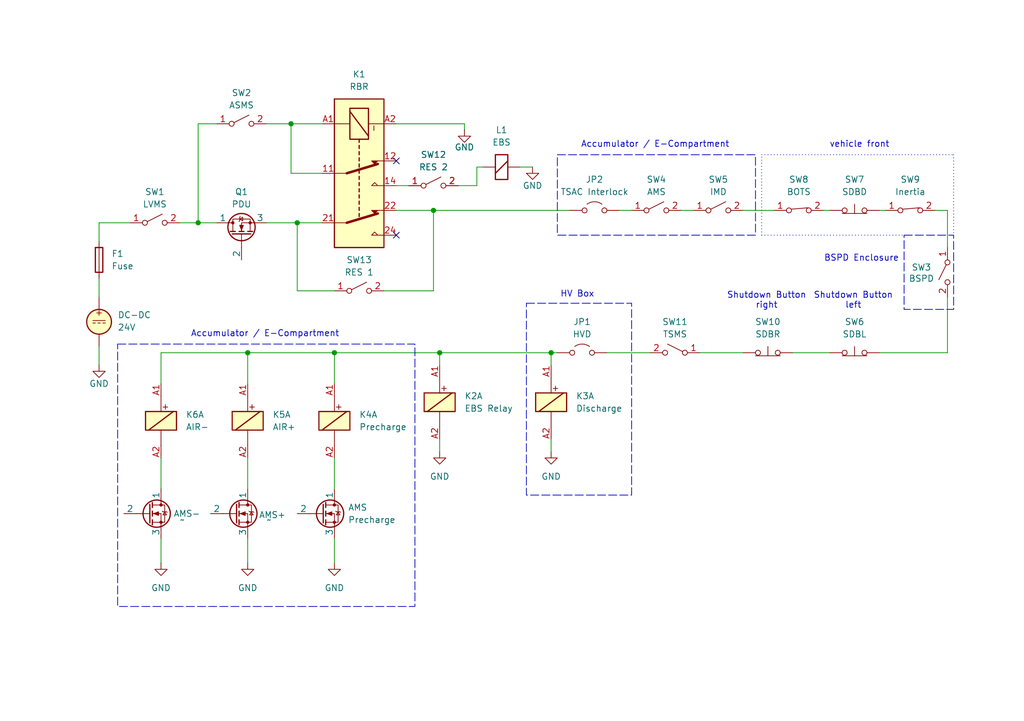
<source format=kicad_sch>
(kicad_sch (version 20250114) (generator "eeschema") (generator_version "9.0")
  (paper "A5")
  (lib_symbols
    (symbol "Device:ElectromagneticActor" (pin_numbers (hide yes)) (pin_names (offset 0.0254) (hide yes))
      (property "Reference" "L" (at 1.27 3.81 0))
      (property "Value" "ElectromagneticActor" (at 1.27 -1.27 0))
      (symbol "ElectromagneticActor_0_1"
        (rectangle (start -2.54 2.54) (end 2.54 0) (stroke (width 0.254)))
        (polyline (pts (xy -1.27 2.54) (xy 1.27 0)) (stroke (width 0.254)))
      )
      (symbol "ElectromagneticActor_1_1"
        (pin passive line (at 0 5.08 270) (length 2.54) (name "-") (number "1"))
        (pin passive line (at 0 -2.54 90) (length 2.54) (name "+") (number "2"))
      )
    )
    (symbol "Device:Fuse" (pin_numbers (hide yes)) (pin_names (offset 0))
      (property "Reference" "F" (at 2.032 0 90))
      (property "Value" "Fuse" (at -1.905 0 90))
      (symbol "Fuse_0_1"
        (rectangle (start -0.762 -2.54) (end 0.762 2.54) (stroke (width 0.254)))
        (polyline (pts (xy 0 2.54) (xy 0 -2.54)))
      )
      (symbol "Fuse_1_1"
        (pin passive line (at 0 3.81 270) (length 1.27) (name "~") (number "1"))
        (pin passive line (at 0 -3.81 90) (length 1.27) (name "~") (number "2"))
      )
    )
    (symbol "Jumper:Jumper_2_Open" (pin_numbers (hide yes)) (pin_names (offset 0) (hide yes)) (exclude_from_sim yes)
      (property "Reference" "JP" (at 0 2.794 0))
      (property "Value" "Jumper_2_Open" (at 0 -2.286 0))
      (symbol "Jumper_2_Open_0_0"
        (circle (center -2.032 0) (radius 0.508))
        (circle (center 2.032 0) (radius 0.508))
      )
      (symbol "Jumper_2_Open_0_1"
        (arc (start -1.524 1.27) (mid 0 1.778) (end 1.524 1.27))
      )
      (symbol "Jumper_2_Open_1_1"
        (pin passive line (at -5.08 0 0) (length 2.54) (name "A") (number "1"))
        (pin passive line (at 5.08 0 180) (length 2.54) (name "B") (number "2"))
      )
    )
    (symbol "NMOS_1" (pin_numbers (hide yes)) (pin_names (offset 0))
      (property "Reference" "Q2" (at 6.35 1.2701 0))
      (property "Value" "NMOS" (at 6.35 -1.2699 0))
      (symbol "NMOS_1_0_1"
        (polyline (pts (xy 0.254 1.905) (xy 0.254 -1.905)) (stroke (width 0.254)))
        (polyline (pts (xy 0.254 0) (xy -2.54 0)))
        (polyline (pts (xy 0.762 2.286) (xy 0.762 1.27)) (stroke (width 0.254)))
        (polyline (pts (xy 0.762 0.508) (xy 0.762 -0.508)) (stroke (width 0.254)))
        (polyline (pts (xy 0.762 -1.27) (xy 0.762 -2.286)) (stroke (width 0.254)))
        (polyline (pts (xy 0.762 -1.778) (xy 3.302 -1.778) (xy 3.302 1.778) (xy 0.762 1.778)))
        (polyline (pts (xy 1.016 0) (xy 2.032 0.381) (xy 2.032 -0.381) (xy 1.016 0)) (fill (type outline)))
        (circle (center 1.651 0) (radius 2.794) (stroke (width 0.254)))
        (polyline (pts (xy 2.54 2.54) (xy 2.54 1.778)))
        (circle (center 2.54 1.778) (radius 0.254) (fill (type outline)))
        (circle (center 2.54 -1.778) (radius 0.254) (fill (type outline)))
        (polyline (pts (xy 2.54 -2.54) (xy 2.54 0) (xy 0.762 0)))
        (polyline (pts (xy 2.794 0.508) (xy 2.921 0.381) (xy 3.683 0.381) (xy 3.81 0.254)))
        (polyline (pts (xy 3.302 0.381) (xy 2.921 -0.254) (xy 3.683 -0.254) (xy 3.302 0.381)))
      )
      (symbol "NMOS_1_1_1"
        (pin input line (at -5.08 0 0) (length 2.54) (name "2") (number "2"))
        (pin passive line (at 2.54 5.08 270) (length 2.54) (name "1") (number "1"))
        (pin passive line (at 2.54 -5.08 90) (length 2.54) (name "3") (number "3"))
      )
    )
    (symbol "NMOS_2" (pin_numbers (hide yes)) (pin_names (offset 0))
      (property "Reference" "AMS+" (at 6.35 1.2701 0))
      (property "Value" "NMOS" (at 6.35 -1.2699 0))
      (symbol "NMOS_2_0_1"
        (polyline (pts (xy 0.254 1.905) (xy 0.254 -1.905)) (stroke (width 0.254)))
        (polyline (pts (xy 0.254 0) (xy -2.54 0)))
        (polyline (pts (xy 0.762 2.286) (xy 0.762 1.27)) (stroke (width 0.254)))
        (polyline (pts (xy 0.762 0.508) (xy 0.762 -0.508)) (stroke (width 0.254)))
        (polyline (pts (xy 0.762 -1.27) (xy 0.762 -2.286)) (stroke (width 0.254)))
        (polyline (pts (xy 0.762 -1.778) (xy 3.302 -1.778) (xy 3.302 1.778) (xy 0.762 1.778)))
        (polyline (pts (xy 1.016 0) (xy 2.032 0.381) (xy 2.032 -0.381) (xy 1.016 0)) (fill (type outline)))
        (circle (center 1.651 0) (radius 2.794) (stroke (width 0.254)))
        (polyline (pts (xy 2.54 2.54) (xy 2.54 1.778)))
        (circle (center 2.54 1.778) (radius 0.254) (fill (type outline)))
        (circle (center 2.54 -1.778) (radius 0.254) (fill (type outline)))
        (polyline (pts (xy 2.54 -2.54) (xy 2.54 0) (xy 0.762 0)))
        (polyline (pts (xy 2.794 0.508) (xy 2.921 0.381) (xy 3.683 0.381) (xy 3.81 0.254)))
        (polyline (pts (xy 3.302 0.381) (xy 2.921 -0.254) (xy 3.683 -0.254) (xy 3.302 0.381)))
      )
      (symbol "NMOS_2_1_1"
        (pin input line (at -5.08 0 0) (length 2.54) (name "2") (number "2"))
        (pin passive line (at 2.54 5.08 270) (length 2.54) (name "1") (number "1"))
        (pin passive line (at 2.54 -5.08 90) (length 2.54) (name "3") (number "3"))
      )
    )
    (symbol "NMOS_3" (pin_numbers (hide yes)) (pin_names (offset 0))
      (property "Reference" "AMS-" (at 6.35 1.2701 0))
      (property "Value" "NMOS" (at 6.35 -1.2699 0))
      (symbol "NMOS_3_0_1"
        (polyline (pts (xy 0.254 1.905) (xy 0.254 -1.905)) (stroke (width 0.254)))
        (polyline (pts (xy 0.254 0) (xy -2.54 0)))
        (polyline (pts (xy 0.762 2.286) (xy 0.762 1.27)) (stroke (width 0.254)))
        (polyline (pts (xy 0.762 0.508) (xy 0.762 -0.508)) (stroke (width 0.254)))
        (polyline (pts (xy 0.762 -1.27) (xy 0.762 -2.286)) (stroke (width 0.254)))
        (polyline (pts (xy 0.762 -1.778) (xy 3.302 -1.778) (xy 3.302 1.778) (xy 0.762 1.778)))
        (polyline (pts (xy 1.016 0) (xy 2.032 0.381) (xy 2.032 -0.381) (xy 1.016 0)) (fill (type outline)))
        (circle (center 1.651 0) (radius 2.794) (stroke (width 0.254)))
        (polyline (pts (xy 2.54 2.54) (xy 2.54 1.778)))
        (circle (center 2.54 1.778) (radius 0.254) (fill (type outline)))
        (circle (center 2.54 -1.778) (radius 0.254) (fill (type outline)))
        (polyline (pts (xy 2.54 -2.54) (xy 2.54 0) (xy 0.762 0)))
        (polyline (pts (xy 2.794 0.508) (xy 2.921 0.381) (xy 3.683 0.381) (xy 3.81 0.254)))
        (polyline (pts (xy 3.302 0.381) (xy 2.921 -0.254) (xy 3.683 -0.254) (xy 3.302 0.381)))
      )
      (symbol "NMOS_3_1_1"
        (pin input line (at -5.08 0 0) (length 2.54) (name "2") (number "2"))
        (pin passive line (at 2.54 5.08 270) (length 2.54) (name "1") (number "1"))
        (pin passive line (at 2.54 -5.08 90) (length 2.54) (name "3") (number "3"))
      )
    )
    (symbol "Relay:AZ850P1-x"
      (property "Reference" "K1" (at -20.32 0 90))
      (property "Value" "RSR" (at -17.78 0 90))
      (symbol "AZ850P1-x_0_0"
        (text "-" (at -9.271 2.921 0) (effects (font (size 1.27 1.27))))
      )
      (symbol "AZ850P1-x_0_1"
        (rectangle (start -15.24 5.08) (end 15.24 -5.08) (stroke (width 0.254)) (fill (type background)))
        (rectangle (start -13.335 1.905) (end -6.985 -1.905) (stroke (width 0.254)))
        (polyline (pts (xy -12.7 -1.905) (xy -7.62 1.905)) (stroke (width 0.254)))
        (polyline (pts (xy -10.16 5.08) (xy -10.16 1.905)))
        (polyline (pts (xy -10.16 -5.08) (xy -10.16 -1.905)))
        (polyline (pts (xy -6.985 0) (xy -6.35 0)) (stroke (width 0.254)))
        (polyline (pts (xy -5.715 0) (xy -5.08 0)) (stroke (width 0.254)))
        (polyline (pts (xy -4.445 0) (xy -3.81 0)) (stroke (width 0.254)))
        (polyline (pts (xy -3.175 0) (xy -2.54 0)) (stroke (width 0.254)))
        (polyline (pts (xy -2.54 5.08) (xy -2.54 2.54) (xy -1.905 3.175) (xy -2.54 3.81)) (fill (type outline)))
        (polyline (pts (xy -1.905 0) (xy -1.27 0)) (stroke (width 0.254)))
        (polyline (pts (xy -0.635 0) (xy 0 0)) (stroke (width 0.254)))
        (polyline (pts (xy 0 -2.54) (xy -1.905 3.81)) (stroke (width 0.508)))
        (polyline (pts (xy 0 -2.54) (xy 0 -5.08)))
        (polyline (pts (xy 0.635 0) (xy 1.27 0)) (stroke (width 0.254)))
        (polyline (pts (xy 1.905 0) (xy 2.54 0)) (stroke (width 0.254)))
        (polyline (pts (xy 2.54 5.08) (xy 2.54 2.54) (xy 1.905 3.175) (xy 2.54 3.81)))
        (polyline (pts (xy 3.175 0) (xy 3.81 0)) (stroke (width 0.254)))
        (polyline (pts (xy 4.445 0) (xy 5.08 0)) (stroke (width 0.254)))
        (polyline (pts (xy 5.715 0) (xy 6.35 0)) (stroke (width 0.254)))
        (polyline (pts (xy 6.985 0) (xy 7.62 0)) (stroke (width 0.254)))
        (polyline (pts (xy 7.62 5.08) (xy 7.62 2.54) (xy 8.255 3.175) (xy 7.62 3.81)) (fill (type outline)))
        (polyline (pts (xy 8.255 0) (xy 8.89 0)) (stroke (width 0.254)))
        (polyline (pts (xy 10.16 -2.54) (xy 8.255 3.81)) (stroke (width 0.508)))
        (polyline (pts (xy 10.16 -2.54) (xy 10.16 -5.08)))
        (polyline (pts (xy 12.7 5.08) (xy 12.7 2.54) (xy 12.065 3.175) (xy 12.7 3.81)))
      )
      (symbol "AZ850P1-x_1_1"
        (pin passive line (at -10.16 7.62 270) (length 2.54) (name "~") (number "A2"))
        (pin passive line (at -10.16 -7.62 90) (length 2.54) (name "") (number "A1"))
        (pin passive line (at -2.54 7.62 270) (length 2.54) (name "~") (number "12"))
        (pin passive line (at 0 -7.62 90) (length 2.54) (name "~") (number "11"))
        (pin passive line (at 2.54 7.62 270) (length 2.54) (name "~") (number "14"))
        (pin passive line (at 7.62 7.62 270) (length 2.54) (name "~") (number "22"))
        (pin passive line (at 10.16 -7.62 90) (length 2.54) (name "~") (number "21"))
        (pin passive line (at 12.7 7.62 270) (length 2.54) (name "~") (number "24"))
      )
    )
    (symbol "Relay:COTO_3660_Split"
      (property "Reference" "K" (at 5.08 2.54 0))
      (property "Value" "COTO_3660_Split" (at 5.08 0 0))
      (symbol "COTO_3660_Split_1_0"
        (text "+" (at 0.889 2.921 0) (effects (font (size 1.27 1.27))))
      )
      (symbol "COTO_3660_Split_1_1"
        (rectangle (start -3.175 1.905) (end 3.175 -1.905) (stroke (width 0.254)) (fill (type background)))
        (polyline (pts (xy -2.54 -1.905) (xy 2.54 1.905)) (stroke (width 0.254)))
        (polyline (pts (xy 0 5.08) (xy 0 1.905)))
        (polyline (pts (xy 0 -5.08) (xy 0 -1.905)))
        (pin passive line (at 0 7.62 270) (length 2.54) (name "~") (number "A1"))
        (pin passive line (at 0 -7.62 90) (length 2.54) (name "~") (number "A2"))
      )
      (symbol "COTO_3660_Split_2_1"
        (polyline (pts (xy -3.175 0) (xy -2.54 0)) (stroke (width 0.254)))
        (polyline (pts (xy -1.905 0) (xy -1.27 0)) (stroke (width 0.254)))
        (polyline (pts (xy 0 2.54) (xy -1.905 -3.81)) (stroke (width 0.508)))
        (polyline (pts (xy 0 2.54) (xy 0 5.08)))
        (polyline (pts (xy 0 -5.08) (xy 0 -2.54) (xy -0.635 -3.175) (xy 0 -3.81)))
        (pin passive line (at 0 7.62 270) (length 2.54) (name "~") (number "13"))
        (pin passive line (at 0 -7.62 90) (length 2.54) (name "~") (number "14"))
      )
      (symbol "COTO_3660_Split_3_1"
        (polyline (pts (xy -3.175 0) (xy -2.54 0)) (stroke (width 0.254)))
        (polyline (pts (xy -1.905 0) (xy -1.27 0)) (stroke (width 0.254)))
        (polyline (pts (xy 0 2.54) (xy -1.905 -3.81)) (stroke (width 0.508)))
        (polyline (pts (xy 0 2.54) (xy 0 5.08)))
        (polyline (pts (xy 0 -5.08) (xy 0 -2.54) (xy -0.635 -3.175) (xy 0 -3.81)))
        (pin passive line (at 0 7.62 270) (length 2.54) (name "~") (number "23"))
        (pin passive line (at 0 -7.62 90) (length 2.54) (name "~") (number "24"))
      )
      (symbol "COTO_3660_Split_4_1"
        (polyline (pts (xy -3.175 0) (xy -2.54 0)) (stroke (width 0.254)))
        (polyline (pts (xy -1.905 0) (xy -1.27 0)) (stroke (width 0.254)))
        (circle (center 0 5.08) (radius 0.1524))
        (polyline (pts (xy 0 5.08) (xy 1.27 5.08) (xy 1.27 3.81)))
        (polyline (pts (xy 0 2.54) (xy -1.905 -3.81)) (stroke (width 0.508)))
        (polyline (pts (xy 0 2.54) (xy 0 5.08)))
        (polyline (pts (xy 0 -5.08) (xy 0 -2.54) (xy -0.635 -3.175) (xy 0 -3.81)))
        (polyline (pts (xy 1.27 3.81) (xy 1.27 -3.81)) (stroke (width 0) (type dash)))
        (pin passive line (at 0 7.62 270) (length 2.54) (name "~") (number "33"))
        (pin passive line (at 0 -7.62 90) (length 2.54) (name "~") (number "34"))
      )
    )
    (symbol "SDC:SW_SPST_NC" (pin_names (offset 0) (hide yes))
      (property "Reference" "SW" (at 0 3.175 0))
      (property "Value" "SW_SPST_NC" (at 0 -2.54 0))
      (symbol "SW_SPST_NC_0_0"
        (circle (center -2.032 0) (radius 0.508))
        (polyline (pts (xy -1.524 0.254) (xy 1.8505 0.5387)))
        (circle (center 2.032 0) (radius 0.508))
      )
      (symbol "SW_SPST_NC_1_1"
        (pin passive line (at -5.08 0 0) (length 2.54) (name "A") (number "1"))
        (pin passive line (at 5.08 0 180) (length 2.54) (name "B") (number "2"))
      )
    )
    (symbol "Simulation_SPICE:NMOS" (pin_numbers (hide yes)) (pin_names (offset 0))
      (property "Reference" "Q1" (at 8.89 0 90))
      (property "Value" "PDU" (at 6.35 0 90))
      (symbol "NMOS_0_1"
        (polyline (pts (xy 0.254 1.905) (xy 0.254 -1.905)) (stroke (width 0.254)))
        (polyline (pts (xy 0.254 0) (xy -2.54 0)))
        (polyline (pts (xy 0.762 2.286) (xy 0.762 1.27)) (stroke (width 0.254)))
        (polyline (pts (xy 0.762 0.508) (xy 0.762 -0.508)) (stroke (width 0.254)))
        (polyline (pts (xy 0.762 -1.27) (xy 0.762 -2.286)) (stroke (width 0.254)))
        (polyline (pts (xy 0.762 -1.778) (xy 3.302 -1.778) (xy 3.302 1.778) (xy 0.762 1.778)))
        (polyline (pts (xy 1.016 0) (xy 2.032 0.381) (xy 2.032 -0.381) (xy 1.016 0)) (fill (type outline)))
        (circle (center 1.651 0) (radius 2.794) (stroke (width 0.254)))
        (polyline (pts (xy 2.54 2.54) (xy 2.54 1.778)))
        (circle (center 2.54 1.778) (radius 0.254) (fill (type outline)))
        (circle (center 2.54 -1.778) (radius 0.254) (fill (type outline)))
        (polyline (pts (xy 2.54 -2.54) (xy 2.54 0) (xy 0.762 0)))
        (polyline (pts (xy 2.794 0.508) (xy 2.921 0.381) (xy 3.683 0.381) (xy 3.81 0.254)))
        (polyline (pts (xy 3.302 0.381) (xy 2.921 -0.254) (xy 3.683 -0.254) (xy 3.302 0.381)))
      )
      (symbol "NMOS_1_1"
        (pin input line (at -5.08 0 0) (length 2.54) (name "2") (number ""))
        (pin passive line (at 2.54 5.08 270) (length 2.54) (name "1") (number "1"))
        (pin passive line (at 2.54 -5.08 90) (length 2.54) (name "3") (number "3"))
      )
    )
    (symbol "Simulation_SPICE:VDC" (pin_numbers (hide yes)) (pin_names (offset 0.0254))
      (property "Reference" "V" (at 2.54 2.54 0))
      (property "Value" "1" (at 2.54 0 0))
      (symbol "VDC_0_0"
        (polyline (pts (xy -1.27 0.254) (xy 1.27 0.254)))
        (polyline (pts (xy -0.762 -0.254) (xy -1.27 -0.254)))
        (polyline (pts (xy 0.254 -0.254) (xy -0.254 -0.254)))
        (polyline (pts (xy 1.27 -0.254) (xy 0.762 -0.254)))
        (text "+" (at 0 1.905 0) (effects (font (size 1.27 1.27))))
      )
      (symbol "VDC_0_1"
        (circle (center 0 0) (radius 2.54) (stroke (width 0.254)) (fill (type background)))
      )
      (symbol "VDC_1_1"
        (pin passive line (at 0 5.08 270) (length 2.54) (name "~") (number "1"))
        (pin passive line (at 0 -5.08 90) (length 2.54) (name "~") (number "2"))
      )
    )
    (symbol "Switch:SW_Push_Open" (pin_numbers (hide yes)) (pin_names (offset 1.016) (hide yes))
      (property "Reference" "SW" (at 0 2.54 0))
      (property "Value" "SW_Push_Open" (at 0 -1.905 0))
      (symbol "SW_Push_Open_0_1"
        (polyline (pts (xy -2.54 -0.635) (xy 2.54 -0.635)))
        (circle (center -2.032 0) (radius 0.508))
        (polyline (pts (xy 0 -0.635) (xy 0 1.27)))
        (circle (center 2.032 0) (radius 0.508))
        (pin passive line (at -5.08 0 0) (length 2.54) (name "A") (number "1"))
      )
      (symbol "SW_Push_Open_1_1"
        (pin passive line (at 5.08 0 180) (length 2.54) (name "B") (number "2"))
      )
    )
    (symbol "Switch:SW_SPST" (pin_names (offset 0) (hide yes))
      (property "Reference" "SW" (at 0 3.175 0))
      (property "Value" "SW_SPST" (at 0 -2.54 0))
      (symbol "SW_SPST_0_0"
        (circle (center -2.032 0) (radius 0.508))
        (polyline (pts (xy -1.524 0.254) (xy 1.524 1.778)))
        (circle (center 2.032 0) (radius 0.508))
      )
      (symbol "SW_SPST_1_1"
        (pin passive line (at -5.08 0 0) (length 2.54) (name "A") (number "1"))
        (pin passive line (at 5.08 0 180) (length 2.54) (name "B") (number "2"))
      )
    )
    (symbol "power:GND" (power) (pin_numbers (hide yes)) (pin_names (offset 0) (hide yes))
      (property "Value" "GND" (at 0 -3.81 0))
      (symbol "GND_0_1"
        (polyline (pts (xy 0 0) (xy 0 -1.27) (xy 1.27 -1.27) (xy 0 -2.54) (xy -1.27 -1.27) (xy 0 -1.27)))
      )
      (symbol "GND_1_1"
        (pin power_in line (at 0 0 270) (length 0) (name "~") (number "1"))
      )
    )
  )
  (rectangle (start 107.95 62.23) (end 129.54 101.6) (stroke (width 0) (type dash)))
  (rectangle (start 24.13 70.612) (end 85.09 124.46) (stroke (width 0) (type dash)))
  (rectangle (start 114.3 31.75) (end 154.94 48.26) (stroke (width 0) (type dash)))
  (rectangle (start 185.42 48.26) (end 195.58 63.5) (stroke (width 0) (type dash)))
  (text "Shutdown Button\nright" (at 157.226 61.722 0) (effects (font (size 1.27 1.27))))
  (text "HV Box" (at 121.92 60.452 0) (effects (font (size 1.27 1.27)) (justify right)))
  (text "BSPD Enclosure" (at 184.404 53.086 0) (effects (font (size 1.27 1.27)) (justify right)))
  (text "Shutdown Button\nleft" (at 175.006 61.722 0) (effects (font (size 1.27 1.27))))
  (text "vehicle front" (at 176.276 29.718 0) (effects (font (size 1.27 1.27))))
  (text "Accumulator / E-Compartment" (at 54.356 68.58 0) (effects (font (size 1.27 1.27))))
  (text "Accumulator / E-Compartment" (at 134.366 29.718 0) (effects (font (size 1.27 1.27))))
  (junction (at 50.8 72.39))
  (junction (at 90.17 72.39))
  (junction (at 59.69 25.4))
  (junction (at 40.64 45.72))
  (junction (at 113.03 72.39))
  (junction (at 60.96 45.72))
  (junction (at 68.58 72.39))
  (junction (at 88.9 43.18))
  (no_connect (at 81.28 33.02))
  (no_connect (at 81.28 48.26))
  (wire (pts (xy 97.79 34.29) (xy 99.06 34.29)))
  (wire (pts (xy 54.61 25.4) (xy 59.69 25.4)))
  (wire (pts (xy 194.31 43.18) (xy 191.77 43.18)))
  (wire (pts (xy 97.79 38.1) (xy 93.98 38.1)))
  (wire (pts (xy 33.02 72.39) (xy 50.8 72.39)))
  (wire (pts (xy 127 43.18) (xy 129.54 43.18)))
  (wire (pts (xy 81.28 43.18) (xy 88.9 43.18)))
  (polyline (pts (xy 156.21 48.26) (xy 156.21 31.75)) (stroke (width 0) (type dot)))
  (wire (pts (xy 33.02 93.98) (xy 33.02 100.33)))
  (polyline (pts (xy 156.21 48.26) (xy 185.42 48.26)) (stroke (width 0) (type dot)))
  (wire (pts (xy 109.22 34.29) (xy 106.68 34.29)))
  (wire (pts (xy 60.96 45.72) (xy 66.04 45.72)))
  (polyline (pts (xy 156.21 31.75) (xy 195.58 31.75)) (stroke (width 0) (type dot)))
  (wire (pts (xy 97.79 34.29) (xy 97.79 38.1)))
  (wire (pts (xy 60.96 59.69) (xy 68.58 59.69)))
  (wire (pts (xy 68.58 72.39) (xy 68.58 78.74)))
  (wire (pts (xy 113.03 72.39) (xy 113.03 74.93)))
  (wire (pts (xy 180.34 43.18) (xy 181.61 43.18)))
  (wire (pts (xy 113.03 72.39) (xy 114.3 72.39)))
  (wire (pts (xy 194.31 60.96) (xy 194.31 72.39)))
  (wire (pts (xy 59.69 25.4) (xy 59.69 35.56)))
  (wire (pts (xy 143.51 72.39) (xy 152.4 72.39)))
  (wire (pts (xy 152.4 43.18) (xy 158.75 43.18)))
  (wire (pts (xy 20.32 45.72) (xy 26.67 45.72)))
  (wire (pts (xy 50.8 72.39) (xy 68.58 72.39)))
  (wire (pts (xy 54.61 45.72) (xy 60.96 45.72)))
  (wire (pts (xy 162.56 72.39) (xy 170.18 72.39)))
  (wire (pts (xy 194.31 43.18) (xy 194.31 50.8)))
  (wire (pts (xy 168.91 43.18) (xy 170.18 43.18)))
  (wire (pts (xy 88.9 59.69) (xy 88.9 43.18)))
  (wire (pts (xy 40.64 45.72) (xy 44.45 45.72)))
  (wire (pts (xy 81.28 38.1) (xy 83.82 38.1)))
  (wire (pts (xy 44.45 25.4) (xy 40.64 25.4)))
  (wire (pts (xy 88.9 43.18) (xy 116.84 43.18)))
  (wire (pts (xy 68.58 93.98) (xy 68.58 100.33)))
  (wire (pts (xy 33.02 72.39) (xy 33.02 78.74)))
  (wire (pts (xy 50.8 93.98) (xy 50.8 100.33)))
  (wire (pts (xy 81.28 25.4) (xy 95.25 25.4)))
  (wire (pts (xy 90.17 72.39) (xy 90.17 74.93)))
  (wire (pts (xy 113.03 90.17) (xy 113.03 92.71)))
  (wire (pts (xy 90.17 72.39) (xy 113.03 72.39)))
  (wire (pts (xy 68.58 72.39) (xy 90.17 72.39)))
  (wire (pts (xy 78.74 59.69) (xy 88.9 59.69)))
  (wire (pts (xy 124.46 72.39) (xy 133.35 72.39)))
  (polyline (pts (xy 195.58 31.75) (xy 195.58 48.26)) (stroke (width 0) (type dot)))
  (wire (pts (xy 20.32 57.15) (xy 20.32 60.96)))
  (wire (pts (xy 36.83 45.72) (xy 40.64 45.72)))
  (wire (pts (xy 33.02 110.49) (xy 33.02 115.57)))
  (wire (pts (xy 20.32 71.12) (xy 20.32 74.93)))
  (wire (pts (xy 20.32 45.72) (xy 20.32 49.53)))
  (wire (pts (xy 59.69 35.56) (xy 66.04 35.56)))
  (wire (pts (xy 50.8 110.49) (xy 50.8 115.57)))
  (wire (pts (xy 59.69 25.4) (xy 66.04 25.4)))
  (wire (pts (xy 180.34 72.39) (xy 194.31 72.39)))
  (wire (pts (xy 68.58 110.49) (xy 68.58 115.57)))
  (wire (pts (xy 90.17 90.17) (xy 90.17 92.71)))
  (wire (pts (xy 60.96 45.72) (xy 60.96 59.69)))
  (wire (pts (xy 139.7 43.18) (xy 142.24 43.18)))
  (wire (pts (xy 40.64 25.4) (xy 40.64 45.72)))
  (wire (pts (xy 50.8 72.39) (xy 50.8 78.74)))
  (wire (pts (xy 95.25 25.4) (xy 95.25 26.67)))
  (symbol (lib_id "Simulation_SPICE:NMOS") (at 49.53 48.26 90) (unit 1)
    (property "Reference" "Q1" (at 49.53 39.37 90))
    (property "Value" "PDU" (at 49.53 41.91 90))
    (property "Datasheet" "https://ngspice.sourceforge.io/docs/ngspice-html-manual/manual.xhtml#cha_MOSFETs" (effects (hide yes)))
    (property "Description" "N-MOSFET transistor, drain/source/gate" (effects (hide yes)))
    (property "Sim.Device" "NMOS" (effects (hide yes)))
    (property "Sim.Type" "VDMOS" (effects (hide yes)))
    (property "Sim.Pins" "1=D 2=G 3=S" (effects (hide yes)))
  )
  (symbol (lib_id "Relay:COTO_3660_Split") (at 90.17 82.55 0) (unit 1)
    (property "Reference" "K2" (at 95.25 81.2799 0) (effects (justify left)))
    (property "Value" "EBS Relay" (at 95.25 83.8199 0) (effects (justify left)))
  )
  (symbol (lib_id "Switch:SW_Push_Open") (at 157.48 72.39 0) (unit 1)
    (property "Reference" "SW10" (at 157.48 66.04 0))
    (property "Value" "SDBR" (at 157.48 68.58 0))
    (property "Description" "Push button switch, push-to-open, generic, two pins" (effects (hide yes)))
  )
  (symbol (lib_id "Relay:AZ850P1-x") (at 73.66 35.56 270) (unit 1)
    (property "Reference" "K1" (at 73.66 15.24 90))
    (property "Value" "RBR" (at 73.66 17.78 90))
    (property "Footprint" "Relay_THT:Relay_DPDT_FRT5" (effects (hide yes)))
    (property "Datasheet" "http://www.azettler.com/pdfs/az850.pdf" (effects (hide yes)))
    (property "Description" "American Zettler, Microminiature Polarised Dual Pole Relay Bistable" (effects (hide yes)))
  )
  (symbol (lib_name "NMOS_2") (lib_id "Simulation_SPICE:NMOS") (at 48.26 105.41 0) (unit 1)
    (property "Reference" "AMS+" (at 53.086 105.664 0) (effects (justify left)))
    (property "Value" "~" (at 54.61 106.68 0) (effects (justify left)))
    (property "Datasheet" "https://ngspice.sourceforge.io/docs/ngspice-html-manual/manual.xhtml#cha_MOSFETs" (effects (hide yes)))
    (property "Description" "N-MOSFET transistor, drain/source/gate" (effects (hide yes)))
    (property "Sim.Device" "NMOS" (effects (hide yes)))
    (property "Sim.Type" "VDMOS" (effects (hide yes)))
    (property "Sim.Pins" "1=D 2=G 3=S" (effects (hide yes)))
  )
  (symbol (lib_id "Relay:COTO_3660_Split") (at 113.03 82.55 0) (unit 1)
    (property "Reference" "K3" (at 118.11 81.2799 0) (effects (justify left)))
    (property "Value" "Discharge" (at 118.11 83.8199 0) (effects (justify left)))
  )
  (symbol (lib_id "Device:ElectromagneticActor") (at 104.14 34.29 90) (unit 1)
    (property "Reference" "L1" (at 102.87 26.67 90))
    (property "Value" "EBS" (at 102.87 29.21 90))
    (property "Description" "Electromagnetic actor" (effects (hide yes)))
  )
  (symbol (lib_name "NMOS_3") (lib_id "Simulation_SPICE:NMOS") (at 30.48 105.41 0) (unit 1)
    (property "Reference" "AMS-" (at 35.56 105.41 0) (effects (justify left)))
    (property "Value" "~" (at 36.83 106.68 0) (effects (justify left)))
    (property "Datasheet" "https://ngspice.sourceforge.io/docs/ngspice-html-manual/manual.xhtml#cha_MOSFETs" (effects (hide yes)))
    (property "Description" "N-MOSFET transistor, drain/source/gate" (effects (hide yes)))
    (property "Sim.Device" "NMOS" (effects (hide yes)))
    (property "Sim.Type" "VDMOS" (effects (hide yes)))
    (property "Sim.Pins" "1=D 2=G 3=S" (effects (hide yes)))
  )
  (symbol (lib_id "Device:Fuse") (at 20.32 53.34 0) (unit 1)
    (property "Reference" "F1" (at 22.86 52.0699 0) (effects (justify left)))
    (property "Value" "Fuse" (at 22.86 54.6099 0) (effects (justify left)))
    (property "Description" "Fuse" (effects (hide yes)))
  )
  (symbol (lib_id "power:GND") (at 113.03 92.71 0) (unit 1)
    (property "Reference" "#PWR07" (effects (hide yes)))
    (property "Value" "GND" (at 113.03 97.79 0))
    (property "Description" "Power symbol creates a global label with name \"GND\" , ground" (effects (hide yes)))
  )
  (symbol (lib_id "power:GND") (at 95.25 26.67 0) (unit 1)
    (property "Reference" "#PWR02" (effects (hide yes)))
    (property "Value" "GND" (at 95.25 30.226 0))
    (property "Description" "Power symbol creates a global label with name \"GND\" , ground" (effects (hide yes)))
  )
  (symbol (lib_id "Switch:SW_SPST") (at 31.75 45.72 0) (unit 1)
    (property "Reference" "SW1" (at 31.75 39.37 0))
    (property "Value" "LVMS" (at 31.75 41.91 0))
    (property "Description" "Single Pole Single Throw (SPST) switch" (effects (hide yes)))
  )
  (symbol (lib_id "power:GND") (at 90.17 92.71 0) (unit 1)
    (property "Reference" "#PWR08" (effects (hide yes)))
    (property "Value" "GND" (at 90.17 97.79 0))
    (property "Description" "Power symbol creates a global label with name \"GND\" , ground" (effects (hide yes)))
  )
  (symbol (lib_id "Switch:SW_SPST") (at 88.9 38.1 0) (unit 1)
    (property "Reference" "SW12" (at 88.9 31.75 0))
    (property "Value" "RES 2" (at 88.9 34.29 0))
    (property "Description" "Single Pole Single Throw (SPST) switch" (effects (hide yes)))
  )
  (symbol (lib_id "power:GND") (at 20.32 74.93 0) (unit 1)
    (property "Reference" "#PWR01" (effects (hide yes)))
    (property "Value" "GND" (at 20.32 78.74 0))
    (property "Description" "Power symbol creates a global label with name \"GND\" , ground" (effects (hide yes)))
  )
  (symbol (lib_id "Relay:COTO_3660_Split") (at 33.02 86.36 0) (unit 1)
    (property "Reference" "K6" (at 38.1 85.0899 0) (effects (justify left)))
    (property "Value" "AIR-" (at 38.1 87.6299 0) (effects (justify left)))
  )
  (symbol (lib_id "power:GND") (at 33.02 115.57 0) (unit 1)
    (property "Reference" "#PWR04" (effects (hide yes)))
    (property "Value" "GND" (at 33.02 120.65 0))
    (property "Description" "Power symbol creates a global label with name \"GND\" , ground" (effects (hide yes)))
  )
  (symbol (lib_id "Switch:SW_SPST") (at 194.31 55.88 90) (mirror x) (unit 1)
    (property "Reference" "SW3" (at 188.976 54.864 90))
    (property "Value" "BSPD" (at 188.976 57.15 90))
    (property "Description" "Single Pole Single Throw (SPST) switch" (effects (hide yes)))
  )
  (symbol (lib_id "SDC:SW_SPST_NC") (at 163.83 43.18 0) (unit 1)
    (property "Reference" "SW8" (at 163.83 36.83 0))
    (property "Value" "BOTS" (at 163.83 39.37 0))
    (property "Description" "Single Pole Single Throw (SPST) switch normally-closed" (effects (hide yes)))
  )
  (symbol (lib_name "NMOS_1") (lib_id "Simulation_SPICE:NMOS") (at 66.04 105.41 0) (unit 1)
    (property "Reference" "AMS" (at 71.374 104.14 0) (effects (justify left)))
    (property "Value" "Precharge" (at 71.374 106.68 0) (effects (justify left)))
    (property "Datasheet" "https://ngspice.sourceforge.io/docs/ngspice-html-manual/manual.xhtml#cha_MOSFETs" (effects (hide yes)))
    (property "Description" "N-MOSFET transistor, drain/source/gate" (effects (hide yes)))
    (property "Sim.Device" "NMOS" (effects (hide yes)))
    (property "Sim.Type" "VDMOS" (effects (hide yes)))
    (property "Sim.Pins" "1=D 2=G 3=S" (effects (hide yes)))
  )
  (symbol (lib_id "power:GND") (at 109.22 34.29 0) (unit 1)
    (property "Reference" "#PWR03" (effects (hide yes)))
    (property "Value" "GND" (at 109.22 38.1 0))
    (property "Description" "Power symbol creates a global label with name \"GND\" , ground" (effects (hide yes)))
  )
  (symbol (lib_id "Relay:COTO_3660_Split") (at 68.58 86.36 0) (unit 1)
    (property "Reference" "K4" (at 73.66 85.0899 0) (effects (justify left)))
    (property "Value" "Precharge" (at 73.66 87.6299 0) (effects (justify left)))
  )
  (symbol (lib_id "SDC:SW_SPST_NC") (at 186.69 43.18 0) (unit 1)
    (property "Reference" "SW9" (at 186.69 36.83 0))
    (property "Value" "Inertia" (at 186.69 39.37 0))
    (property "Description" "Single Pole Single Throw (SPST) switch normally-closed" (effects (hide yes)))
  )
  (symbol (lib_id "Switch:SW_Push_Open") (at 175.26 72.39 0) (unit 1)
    (property "Reference" "SW6" (at 175.26 66.04 0))
    (property "Value" "SDBL" (at 175.26 68.58 0))
    (property "Description" "Push button switch, push-to-open, generic, two pins" (effects (hide yes)))
  )
  (symbol (lib_id "Switch:SW_SPST") (at 134.62 43.18 0) (unit 1)
    (property "Reference" "SW4" (at 134.62 36.83 0))
    (property "Value" "AMS" (at 134.62 39.37 0))
    (property "Description" "Single Pole Single Throw (SPST) switch" (effects (hide yes)))
  )
  (symbol (lib_id "Jumper:Jumper_2_Open") (at 121.92 43.18 0) (unit 1)
    (property "Reference" "JP2" (at 121.92 36.83 0))
    (property "Value" "TSAC Interlock" (at 121.92 39.37 0))
    (property "Description" "Jumper, 2-pole, open" (effects (hide yes)))
  )
  (symbol (lib_id "Jumper:Jumper_2_Open") (at 119.38 72.39 0) (unit 1)
    (property "Reference" "JP1" (at 119.38 66.04 0))
    (property "Value" "HVD" (at 119.38 68.58 0))
    (property "Description" "Jumper, 2-pole, open" (effects (hide yes)))
  )
  (symbol (lib_id "Switch:SW_Push_Open") (at 175.26 43.18 0) (unit 1)
    (property "Reference" "SW7" (at 175.26 36.83 0))
    (property "Value" "SDBD" (at 175.26 39.37 0))
    (property "Description" "Push button switch, push-to-open, generic, two pins" (effects (hide yes)))
  )
  (symbol (lib_id "power:GND") (at 50.8 115.57 0) (unit 1)
    (property "Reference" "#PWR05" (effects (hide yes)))
    (property "Value" "GND" (at 50.8 120.65 0))
    (property "Description" "Power symbol creates a global label with name \"GND\" , ground" (effects (hide yes)))
  )
  (symbol (lib_id "Relay:COTO_3660_Split") (at 50.8 86.36 0) (unit 1)
    (property "Reference" "K5" (at 55.88 85.0899 0) (effects (justify left)))
    (property "Value" "AIR+" (at 55.88 87.6299 0) (effects (justify left)))
  )
  (symbol (lib_id "power:GND") (at 68.58 115.57 0) (unit 1)
    (property "Reference" "#PWR06" (effects (hide yes)))
    (property "Value" "GND" (at 68.58 120.65 0))
    (property "Description" "Power symbol creates a global label with name \"GND\" , ground" (effects (hide yes)))
  )
  (symbol (lib_id "Switch:SW_SPST") (at 73.66 59.69 0) (unit 1)
    (property "Reference" "SW13" (at 73.66 53.34 0))
    (property "Value" "RES 1" (at 73.66 55.88 0))
    (property "Description" "Single Pole Single Throw (SPST) switch" (effects (hide yes)))
  )
  (symbol (lib_id "Simulation_SPICE:VDC") (at 20.32 66.04 0) (unit 1)
    (property "Reference" "DC-DC" (at 24.13 64.6401 0) (effects (justify left)))
    (property "Value" "24V" (at 24.13 67.1801 0) (effects (justify left)))
    (property "Datasheet" "https://ngspice.sourceforge.io/docs/ngspice-html-manual/manual.xhtml#sec_Independent_Sources_for" (effects (hide yes)))
    (property "Description" "Voltage source, DC" (effects (hide yes)))
    (property "Sim.Pins" "1=+ 2=-" (effects (hide yes)))
    (property "Sim.Type" "DC" (effects (hide yes)))
    (property "Sim.Device" "V" (effects (hide yes)))
  )
  (symbol (lib_id "Switch:SW_SPST") (at 138.43 72.39 0) (mirror y) (unit 1)
    (property "Reference" "SW11" (at 138.43 66.04 0))
    (property "Value" "TSMS" (at 138.43 68.58 0))
    (property "Description" "Single Pole Single Throw (SPST) switch" (effects (hide yes)))
  )
  (symbol (lib_id "Switch:SW_SPST") (at 147.32 43.18 0) (unit 1)
    (property "Reference" "SW5" (at 147.32 36.83 0))
    (property "Value" "IMD" (at 147.32 39.37 0))
    (property "Description" "Single Pole Single Throw (SPST) switch" (effects (hide yes)))
  )
  (symbol (lib_id "Switch:SW_SPST") (at 49.53 25.4 0) (unit 1)
    (property "Reference" "SW2" (at 49.53 19.05 0))
    (property "Value" "ASMS" (at 49.53 21.59 0))
    (property "Description" "Single Pole Single Throw (SPST) switch" (effects (hide yes)))
  )
)
</source>
